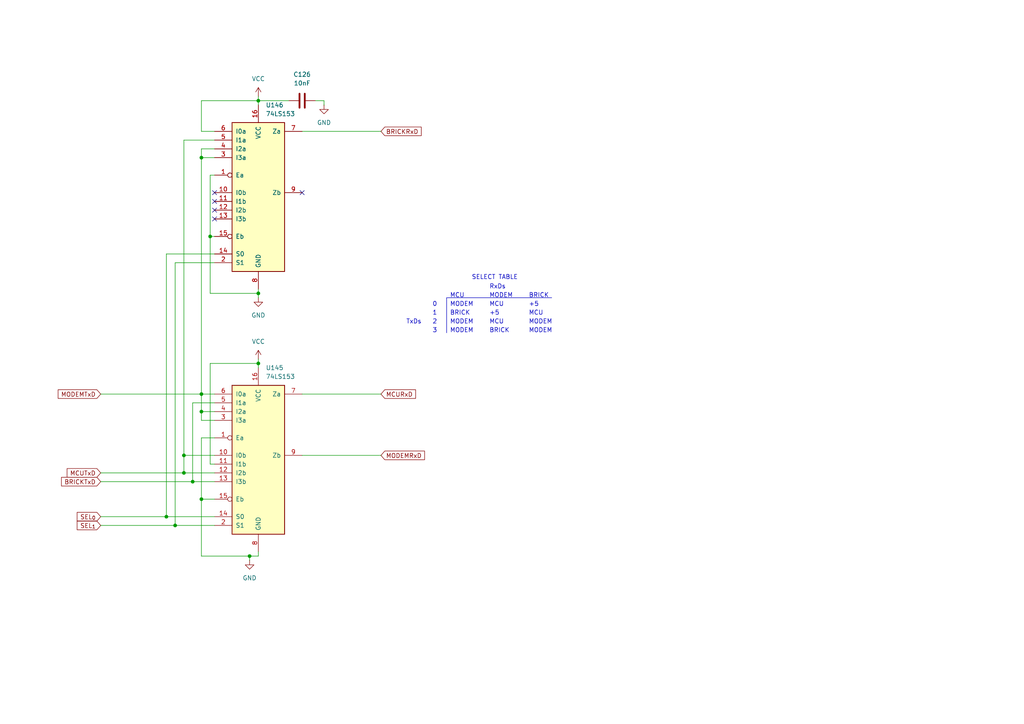
<source format=kicad_sch>
(kicad_sch
	(version 20250114)
	(generator "eeschema")
	(generator_version "9.0")
	(uuid "89ae5e3d-ff74-4dfe-be41-c47feb18416f")
	(paper "A4")
	(lib_symbols
		(symbol "74xx:74LS153"
			(pin_names
				(offset 1.016)
			)
			(exclude_from_sim no)
			(in_bom yes)
			(on_board yes)
			(property "Reference" "U"
				(at -7.62 21.59 0)
				(effects
					(font
						(size 1.27 1.27)
					)
				)
			)
			(property "Value" "74LS153"
				(at -7.62 -24.13 0)
				(effects
					(font
						(size 1.27 1.27)
					)
				)
			)
			(property "Footprint" ""
				(at 0 0 0)
				(effects
					(font
						(size 1.27 1.27)
					)
					(hide yes)
				)
			)
			(property "Datasheet" "http://www.ti.com/lit/gpn/sn74LS153"
				(at 0 0 0)
				(effects
					(font
						(size 1.27 1.27)
					)
					(hide yes)
				)
			)
			(property "Description" "Dual Multiplexer 4 to 1"
				(at 0 0 0)
				(effects
					(font
						(size 1.27 1.27)
					)
					(hide yes)
				)
			)
			(property "ki_locked" ""
				(at 0 0 0)
				(effects
					(font
						(size 1.27 1.27)
					)
				)
			)
			(property "ki_keywords" "TTL Mux4"
				(at 0 0 0)
				(effects
					(font
						(size 1.27 1.27)
					)
					(hide yes)
				)
			)
			(property "ki_fp_filters" "DIP?16*"
				(at 0 0 0)
				(effects
					(font
						(size 1.27 1.27)
					)
					(hide yes)
				)
			)
			(symbol "74LS153_1_0"
				(pin input line
					(at -12.7 17.78 0)
					(length 5.08)
					(name "I0a"
						(effects
							(font
								(size 1.27 1.27)
							)
						)
					)
					(number "6"
						(effects
							(font
								(size 1.27 1.27)
							)
						)
					)
				)
				(pin input line
					(at -12.7 15.24 0)
					(length 5.08)
					(name "I1a"
						(effects
							(font
								(size 1.27 1.27)
							)
						)
					)
					(number "5"
						(effects
							(font
								(size 1.27 1.27)
							)
						)
					)
				)
				(pin input line
					(at -12.7 12.7 0)
					(length 5.08)
					(name "I2a"
						(effects
							(font
								(size 1.27 1.27)
							)
						)
					)
					(number "4"
						(effects
							(font
								(size 1.27 1.27)
							)
						)
					)
				)
				(pin input line
					(at -12.7 10.16 0)
					(length 5.08)
					(name "I3a"
						(effects
							(font
								(size 1.27 1.27)
							)
						)
					)
					(number "3"
						(effects
							(font
								(size 1.27 1.27)
							)
						)
					)
				)
				(pin input inverted
					(at -12.7 5.08 0)
					(length 5.08)
					(name "Ea"
						(effects
							(font
								(size 1.27 1.27)
							)
						)
					)
					(number "1"
						(effects
							(font
								(size 1.27 1.27)
							)
						)
					)
				)
				(pin input line
					(at -12.7 0 0)
					(length 5.08)
					(name "I0b"
						(effects
							(font
								(size 1.27 1.27)
							)
						)
					)
					(number "10"
						(effects
							(font
								(size 1.27 1.27)
							)
						)
					)
				)
				(pin input line
					(at -12.7 -2.54 0)
					(length 5.08)
					(name "I1b"
						(effects
							(font
								(size 1.27 1.27)
							)
						)
					)
					(number "11"
						(effects
							(font
								(size 1.27 1.27)
							)
						)
					)
				)
				(pin input line
					(at -12.7 -5.08 0)
					(length 5.08)
					(name "I2b"
						(effects
							(font
								(size 1.27 1.27)
							)
						)
					)
					(number "12"
						(effects
							(font
								(size 1.27 1.27)
							)
						)
					)
				)
				(pin input line
					(at -12.7 -7.62 0)
					(length 5.08)
					(name "I3b"
						(effects
							(font
								(size 1.27 1.27)
							)
						)
					)
					(number "13"
						(effects
							(font
								(size 1.27 1.27)
							)
						)
					)
				)
				(pin input inverted
					(at -12.7 -12.7 0)
					(length 5.08)
					(name "Eb"
						(effects
							(font
								(size 1.27 1.27)
							)
						)
					)
					(number "15"
						(effects
							(font
								(size 1.27 1.27)
							)
						)
					)
				)
				(pin input line
					(at -12.7 -17.78 0)
					(length 5.08)
					(name "S0"
						(effects
							(font
								(size 1.27 1.27)
							)
						)
					)
					(number "14"
						(effects
							(font
								(size 1.27 1.27)
							)
						)
					)
				)
				(pin input line
					(at -12.7 -20.32 0)
					(length 5.08)
					(name "S1"
						(effects
							(font
								(size 1.27 1.27)
							)
						)
					)
					(number "2"
						(effects
							(font
								(size 1.27 1.27)
							)
						)
					)
				)
				(pin power_in line
					(at 0 25.4 270)
					(length 5.08)
					(name "VCC"
						(effects
							(font
								(size 1.27 1.27)
							)
						)
					)
					(number "16"
						(effects
							(font
								(size 1.27 1.27)
							)
						)
					)
				)
				(pin power_in line
					(at 0 -27.94 90)
					(length 5.08)
					(name "GND"
						(effects
							(font
								(size 1.27 1.27)
							)
						)
					)
					(number "8"
						(effects
							(font
								(size 1.27 1.27)
							)
						)
					)
				)
				(pin output line
					(at 12.7 17.78 180)
					(length 5.08)
					(name "Za"
						(effects
							(font
								(size 1.27 1.27)
							)
						)
					)
					(number "7"
						(effects
							(font
								(size 1.27 1.27)
							)
						)
					)
				)
				(pin output line
					(at 12.7 0 180)
					(length 5.08)
					(name "Zb"
						(effects
							(font
								(size 1.27 1.27)
							)
						)
					)
					(number "9"
						(effects
							(font
								(size 1.27 1.27)
							)
						)
					)
				)
			)
			(symbol "74LS153_1_1"
				(rectangle
					(start -7.62 20.32)
					(end 7.62 -22.86)
					(stroke
						(width 0.254)
						(type default)
					)
					(fill
						(type background)
					)
				)
			)
			(embedded_fonts no)
		)
		(symbol "Device:C"
			(pin_numbers
				(hide yes)
			)
			(pin_names
				(offset 0.254)
			)
			(exclude_from_sim no)
			(in_bom yes)
			(on_board yes)
			(property "Reference" "C"
				(at 0.635 2.54 0)
				(effects
					(font
						(size 1.27 1.27)
					)
					(justify left)
				)
			)
			(property "Value" "C"
				(at 0.635 -2.54 0)
				(effects
					(font
						(size 1.27 1.27)
					)
					(justify left)
				)
			)
			(property "Footprint" ""
				(at 0.9652 -3.81 0)
				(effects
					(font
						(size 1.27 1.27)
					)
					(hide yes)
				)
			)
			(property "Datasheet" "~"
				(at 0 0 0)
				(effects
					(font
						(size 1.27 1.27)
					)
					(hide yes)
				)
			)
			(property "Description" "Unpolarized capacitor"
				(at 0 0 0)
				(effects
					(font
						(size 1.27 1.27)
					)
					(hide yes)
				)
			)
			(property "ki_keywords" "cap capacitor"
				(at 0 0 0)
				(effects
					(font
						(size 1.27 1.27)
					)
					(hide yes)
				)
			)
			(property "ki_fp_filters" "C_*"
				(at 0 0 0)
				(effects
					(font
						(size 1.27 1.27)
					)
					(hide yes)
				)
			)
			(symbol "C_0_1"
				(polyline
					(pts
						(xy -2.032 0.762) (xy 2.032 0.762)
					)
					(stroke
						(width 0.508)
						(type default)
					)
					(fill
						(type none)
					)
				)
				(polyline
					(pts
						(xy -2.032 -0.762) (xy 2.032 -0.762)
					)
					(stroke
						(width 0.508)
						(type default)
					)
					(fill
						(type none)
					)
				)
			)
			(symbol "C_1_1"
				(pin passive line
					(at 0 3.81 270)
					(length 2.794)
					(name "~"
						(effects
							(font
								(size 1.27 1.27)
							)
						)
					)
					(number "1"
						(effects
							(font
								(size 1.27 1.27)
							)
						)
					)
				)
				(pin passive line
					(at 0 -3.81 90)
					(length 2.794)
					(name "~"
						(effects
							(font
								(size 1.27 1.27)
							)
						)
					)
					(number "2"
						(effects
							(font
								(size 1.27 1.27)
							)
						)
					)
				)
			)
			(embedded_fonts no)
		)
		(symbol "power:GND"
			(power)
			(pin_numbers
				(hide yes)
			)
			(pin_names
				(offset 0)
				(hide yes)
			)
			(exclude_from_sim no)
			(in_bom yes)
			(on_board yes)
			(property "Reference" "#PWR"
				(at 0 -6.35 0)
				(effects
					(font
						(size 1.27 1.27)
					)
					(hide yes)
				)
			)
			(property "Value" "GND"
				(at 0 -3.81 0)
				(effects
					(font
						(size 1.27 1.27)
					)
				)
			)
			(property "Footprint" ""
				(at 0 0 0)
				(effects
					(font
						(size 1.27 1.27)
					)
					(hide yes)
				)
			)
			(property "Datasheet" ""
				(at 0 0 0)
				(effects
					(font
						(size 1.27 1.27)
					)
					(hide yes)
				)
			)
			(property "Description" "Power symbol creates a global label with name \"GND\" , ground"
				(at 0 0 0)
				(effects
					(font
						(size 1.27 1.27)
					)
					(hide yes)
				)
			)
			(property "ki_keywords" "global power"
				(at 0 0 0)
				(effects
					(font
						(size 1.27 1.27)
					)
					(hide yes)
				)
			)
			(symbol "GND_0_1"
				(polyline
					(pts
						(xy 0 0) (xy 0 -1.27) (xy 1.27 -1.27) (xy 0 -2.54) (xy -1.27 -1.27) (xy 0 -1.27)
					)
					(stroke
						(width 0)
						(type default)
					)
					(fill
						(type none)
					)
				)
			)
			(symbol "GND_1_1"
				(pin power_in line
					(at 0 0 270)
					(length 0)
					(name "~"
						(effects
							(font
								(size 1.27 1.27)
							)
						)
					)
					(number "1"
						(effects
							(font
								(size 1.27 1.27)
							)
						)
					)
				)
			)
			(embedded_fonts no)
		)
		(symbol "power:VCC"
			(power)
			(pin_numbers
				(hide yes)
			)
			(pin_names
				(offset 0)
				(hide yes)
			)
			(exclude_from_sim no)
			(in_bom yes)
			(on_board yes)
			(property "Reference" "#PWR"
				(at 0 -3.81 0)
				(effects
					(font
						(size 1.27 1.27)
					)
					(hide yes)
				)
			)
			(property "Value" "VCC"
				(at 0 3.556 0)
				(effects
					(font
						(size 1.27 1.27)
					)
				)
			)
			(property "Footprint" ""
				(at 0 0 0)
				(effects
					(font
						(size 1.27 1.27)
					)
					(hide yes)
				)
			)
			(property "Datasheet" ""
				(at 0 0 0)
				(effects
					(font
						(size 1.27 1.27)
					)
					(hide yes)
				)
			)
			(property "Description" "Power symbol creates a global label with name \"VCC\""
				(at 0 0 0)
				(effects
					(font
						(size 1.27 1.27)
					)
					(hide yes)
				)
			)
			(property "ki_keywords" "global power"
				(at 0 0 0)
				(effects
					(font
						(size 1.27 1.27)
					)
					(hide yes)
				)
			)
			(symbol "VCC_0_1"
				(polyline
					(pts
						(xy -0.762 1.27) (xy 0 2.54)
					)
					(stroke
						(width 0)
						(type default)
					)
					(fill
						(type none)
					)
				)
				(polyline
					(pts
						(xy 0 2.54) (xy 0.762 1.27)
					)
					(stroke
						(width 0)
						(type default)
					)
					(fill
						(type none)
					)
				)
				(polyline
					(pts
						(xy 0 0) (xy 0 2.54)
					)
					(stroke
						(width 0)
						(type default)
					)
					(fill
						(type none)
					)
				)
			)
			(symbol "VCC_1_1"
				(pin power_in line
					(at 0 0 90)
					(length 0)
					(name "~"
						(effects
							(font
								(size 1.27 1.27)
							)
						)
					)
					(number "1"
						(effects
							(font
								(size 1.27 1.27)
							)
						)
					)
				)
			)
			(embedded_fonts no)
		)
	)
	(text "SELECT TABLE"
		(exclude_from_sim no)
		(at 143.51 80.518 0)
		(effects
			(font
				(size 1.27 1.27)
			)
		)
		(uuid "c9fd888a-a5ab-44b2-a24a-57f0a7c0e054")
	)
	(junction
		(at 48.26 149.86)
		(diameter 0)
		(color 0 0 0 0)
		(uuid "0033f91d-f8ce-48d0-963d-e407a11ed28a")
	)
	(junction
		(at 50.8 152.4)
		(diameter 0)
		(color 0 0 0 0)
		(uuid "1220fe84-95b7-4617-93a6-2ceedb331518")
	)
	(junction
		(at 55.88 139.7)
		(diameter 0)
		(color 0 0 0 0)
		(uuid "14ee1e5a-32f6-4afa-8ee8-80f30e96d738")
	)
	(junction
		(at 53.34 132.08)
		(diameter 0)
		(color 0 0 0 0)
		(uuid "234f239f-ca8b-475e-b3d1-84f6856bdcdc")
	)
	(junction
		(at 74.93 105.41)
		(diameter 0)
		(color 0 0 0 0)
		(uuid "308ddb4e-338a-4069-a463-660efaffff5a")
	)
	(junction
		(at 58.42 144.78)
		(diameter 0)
		(color 0 0 0 0)
		(uuid "697d4797-a067-4806-b38b-4599722e2fdd")
	)
	(junction
		(at 58.42 114.3)
		(diameter 0)
		(color 0 0 0 0)
		(uuid "7467605e-00bd-483c-82ac-e924781c2992")
	)
	(junction
		(at 58.42 119.38)
		(diameter 0)
		(color 0 0 0 0)
		(uuid "ab187372-3c4d-419d-b220-e7d83bcf5442")
	)
	(junction
		(at 74.93 85.09)
		(diameter 0)
		(color 0 0 0 0)
		(uuid "cd72dac8-5ed0-43b5-a828-afa993f9546b")
	)
	(junction
		(at 53.34 137.16)
		(diameter 0)
		(color 0 0 0 0)
		(uuid "d079e6a6-b054-40b7-ab64-8e335a7133a9")
	)
	(junction
		(at 58.42 45.72)
		(diameter 0)
		(color 0 0 0 0)
		(uuid "d587877c-33b0-4ae7-a93e-87a4c3ead2e3")
	)
	(junction
		(at 74.93 29.21)
		(diameter 0)
		(color 0 0 0 0)
		(uuid "e086f6df-4440-4aef-b3a3-58bbf0accb9c")
	)
	(junction
		(at 72.39 161.29)
		(diameter 0)
		(color 0 0 0 0)
		(uuid "ebeef0f1-5b33-4321-8fe5-aa9d580fdd57")
	)
	(junction
		(at 60.96 68.58)
		(diameter 0)
		(color 0 0 0 0)
		(uuid "ec5da591-6e97-42b3-aa74-2b97a9333c5b")
	)
	(no_connect
		(at 62.23 63.5)
		(uuid "21ae1337-d177-476f-bec9-59a10e161247")
	)
	(no_connect
		(at 87.63 55.88)
		(uuid "257deddd-3c39-4737-ad19-35b1dc18e846")
	)
	(no_connect
		(at 62.23 58.42)
		(uuid "7c33cbfb-0e0b-4e8a-bce7-3afac2c8d51a")
	)
	(no_connect
		(at 62.23 60.96)
		(uuid "9611a744-ecc6-427f-8a56-7731380bccd7")
	)
	(no_connect
		(at 62.23 55.88)
		(uuid "daa6dfdb-3d4b-4100-aad1-b3477d716fe2")
	)
	(wire
		(pts
			(xy 29.21 152.4) (xy 50.8 152.4)
		)
		(stroke
			(width 0)
			(type default)
		)
		(uuid "01f54d00-ec45-495e-aeec-f6807d7e05e3")
	)
	(wire
		(pts
			(xy 48.26 149.86) (xy 62.23 149.86)
		)
		(stroke
			(width 0)
			(type default)
		)
		(uuid "049cd7e2-3e35-4141-8b4f-e86d5ee954ea")
	)
	(wire
		(pts
			(xy 53.34 132.08) (xy 53.34 137.16)
		)
		(stroke
			(width 0)
			(type default)
		)
		(uuid "1294efdb-4389-4900-99c5-880279c74317")
	)
	(wire
		(pts
			(xy 62.23 127) (xy 58.42 127)
		)
		(stroke
			(width 0)
			(type default)
		)
		(uuid "13e086ff-9c1e-41ec-956b-04528fb81e3f")
	)
	(wire
		(pts
			(xy 60.96 50.8) (xy 60.96 68.58)
		)
		(stroke
			(width 0)
			(type default)
		)
		(uuid "159888d1-f80c-416c-bfc0-938dab2eb3de")
	)
	(wire
		(pts
			(xy 53.34 40.64) (xy 62.23 40.64)
		)
		(stroke
			(width 0)
			(type default)
		)
		(uuid "17d18c5b-f10f-4442-9179-b22231c16f7d")
	)
	(wire
		(pts
			(xy 93.98 29.21) (xy 93.98 30.48)
		)
		(stroke
			(width 0)
			(type default)
		)
		(uuid "19478442-4c2f-4161-863d-cbcf90dd9f09")
	)
	(wire
		(pts
			(xy 58.42 45.72) (xy 62.23 45.72)
		)
		(stroke
			(width 0)
			(type default)
		)
		(uuid "1e42f65e-52de-45f3-bcc0-ed8c4813b459")
	)
	(wire
		(pts
			(xy 74.93 161.29) (xy 72.39 161.29)
		)
		(stroke
			(width 0)
			(type default)
		)
		(uuid "24884460-65b3-40ed-a2fc-238192245780")
	)
	(wire
		(pts
			(xy 72.39 161.29) (xy 72.39 162.56)
		)
		(stroke
			(width 0)
			(type default)
		)
		(uuid "37c31f9a-af6a-4966-84e2-3bec18c8c865")
	)
	(wire
		(pts
			(xy 87.63 38.1) (xy 110.49 38.1)
		)
		(stroke
			(width 0)
			(type default)
		)
		(uuid "395a0c27-1314-4dd7-ad07-4e047b7aba94")
	)
	(wire
		(pts
			(xy 29.21 137.16) (xy 53.34 137.16)
		)
		(stroke
			(width 0)
			(type default)
		)
		(uuid "3ab3cf62-ac4b-4583-8fee-7fe0fc026db9")
	)
	(wire
		(pts
			(xy 53.34 132.08) (xy 53.34 40.64)
		)
		(stroke
			(width 0)
			(type default)
		)
		(uuid "3d222a3d-1c4a-4445-b700-91d0383e2329")
	)
	(wire
		(pts
			(xy 62.23 73.66) (xy 48.26 73.66)
		)
		(stroke
			(width 0)
			(type default)
		)
		(uuid "40550737-eae6-48b5-8598-adaa7b41ad96")
	)
	(wire
		(pts
			(xy 74.93 104.14) (xy 74.93 105.41)
		)
		(stroke
			(width 0)
			(type default)
		)
		(uuid "41fbe88e-88d3-4eb2-8993-ce2733b34262")
	)
	(wire
		(pts
			(xy 58.42 161.29) (xy 72.39 161.29)
		)
		(stroke
			(width 0)
			(type default)
		)
		(uuid "43f247c2-9c02-42ac-895e-a5089c84fe96")
	)
	(wire
		(pts
			(xy 74.93 85.09) (xy 74.93 83.82)
		)
		(stroke
			(width 0)
			(type default)
		)
		(uuid "443e185d-9940-4591-8c22-940719481149")
	)
	(wire
		(pts
			(xy 58.42 45.72) (xy 58.42 43.18)
		)
		(stroke
			(width 0)
			(type default)
		)
		(uuid "56ea437b-dcb0-4ba5-ad87-58aac71e900d")
	)
	(wire
		(pts
			(xy 62.23 50.8) (xy 60.96 50.8)
		)
		(stroke
			(width 0)
			(type default)
		)
		(uuid "594c4167-37a3-4b62-b575-7fa18821d84f")
	)
	(wire
		(pts
			(xy 58.42 114.3) (xy 62.23 114.3)
		)
		(stroke
			(width 0)
			(type default)
		)
		(uuid "5cfc2f94-c28d-49d0-b58f-0e3bac416b3d")
	)
	(wire
		(pts
			(xy 50.8 152.4) (xy 62.23 152.4)
		)
		(stroke
			(width 0)
			(type default)
		)
		(uuid "62cb90f7-7889-4022-8897-f570ec9dc21d")
	)
	(wire
		(pts
			(xy 58.42 144.78) (xy 62.23 144.78)
		)
		(stroke
			(width 0)
			(type default)
		)
		(uuid "65e68061-0935-4d0b-adcd-9ad4f6b6d203")
	)
	(wire
		(pts
			(xy 74.93 161.29) (xy 74.93 160.02)
		)
		(stroke
			(width 0)
			(type default)
		)
		(uuid "67b9ee69-9c25-4463-b679-04ce1d3c8b60")
	)
	(wire
		(pts
			(xy 58.42 38.1) (xy 58.42 29.21)
		)
		(stroke
			(width 0)
			(type default)
		)
		(uuid "689b2e0b-8a14-441e-beef-6ae9c8104233")
	)
	(wire
		(pts
			(xy 55.88 139.7) (xy 62.23 139.7)
		)
		(stroke
			(width 0)
			(type default)
		)
		(uuid "6b71effb-ff14-489b-9f99-4315bd491817")
	)
	(wire
		(pts
			(xy 58.42 121.92) (xy 62.23 121.92)
		)
		(stroke
			(width 0)
			(type default)
		)
		(uuid "6d31977d-2232-4af1-8986-ac3971eef120")
	)
	(wire
		(pts
			(xy 58.42 114.3) (xy 58.42 119.38)
		)
		(stroke
			(width 0)
			(type default)
		)
		(uuid "75137e40-4a73-40dc-816b-d73c2b237003")
	)
	(wire
		(pts
			(xy 60.96 68.58) (xy 60.96 85.09)
		)
		(stroke
			(width 0)
			(type default)
		)
		(uuid "75301406-cb97-4c72-9d55-1c962f03a4c0")
	)
	(wire
		(pts
			(xy 29.21 114.3) (xy 58.42 114.3)
		)
		(stroke
			(width 0)
			(type default)
		)
		(uuid "766fcc9a-5abb-4ef1-8eb9-bbe2b3bb5f7f")
	)
	(wire
		(pts
			(xy 60.96 134.62) (xy 60.96 105.41)
		)
		(stroke
			(width 0)
			(type default)
		)
		(uuid "785dec78-1413-4479-8f2d-1c18cc57722b")
	)
	(wire
		(pts
			(xy 50.8 76.2) (xy 50.8 152.4)
		)
		(stroke
			(width 0)
			(type default)
		)
		(uuid "79eb784a-58a4-401c-9db2-45a085632212")
	)
	(wire
		(pts
			(xy 53.34 137.16) (xy 62.23 137.16)
		)
		(stroke
			(width 0)
			(type default)
		)
		(uuid "7eb3d47d-37a1-4aa2-8953-706ab2d3a54c")
	)
	(wire
		(pts
			(xy 58.42 29.21) (xy 74.93 29.21)
		)
		(stroke
			(width 0)
			(type default)
		)
		(uuid "8a963308-08b8-4327-8c7c-268c91fbc5ea")
	)
	(wire
		(pts
			(xy 60.96 68.58) (xy 62.23 68.58)
		)
		(stroke
			(width 0)
			(type default)
		)
		(uuid "8cbb30d5-2d17-48bd-9a7e-8f35d7e963b8")
	)
	(wire
		(pts
			(xy 58.42 127) (xy 58.42 144.78)
		)
		(stroke
			(width 0)
			(type default)
		)
		(uuid "95a32713-d47c-4c04-860c-ee1dba29cf2b")
	)
	(wire
		(pts
			(xy 74.93 27.94) (xy 74.93 29.21)
		)
		(stroke
			(width 0)
			(type default)
		)
		(uuid "95ad5bf7-88bf-494d-ace9-a0178a45d944")
	)
	(wire
		(pts
			(xy 50.8 76.2) (xy 62.23 76.2)
		)
		(stroke
			(width 0)
			(type default)
		)
		(uuid "99d33671-856a-4fe1-9b44-eb83e473b51c")
	)
	(wire
		(pts
			(xy 62.23 38.1) (xy 58.42 38.1)
		)
		(stroke
			(width 0)
			(type default)
		)
		(uuid "9ac2b111-9ddb-46be-b9a2-542be3367b7a")
	)
	(wire
		(pts
			(xy 74.93 29.21) (xy 83.82 29.21)
		)
		(stroke
			(width 0)
			(type default)
		)
		(uuid "9b161887-88c5-4ee1-a340-df20d02dc7a5")
	)
	(wire
		(pts
			(xy 58.42 114.3) (xy 58.42 45.72)
		)
		(stroke
			(width 0)
			(type default)
		)
		(uuid "9b5e067a-e9e6-4e97-8ad2-33ebf18b23ed")
	)
	(wire
		(pts
			(xy 87.63 132.08) (xy 110.49 132.08)
		)
		(stroke
			(width 0)
			(type default)
		)
		(uuid "a39b09d4-dd5c-467f-be4c-a270cdb4fb2b")
	)
	(wire
		(pts
			(xy 91.44 29.21) (xy 93.98 29.21)
		)
		(stroke
			(width 0)
			(type default)
		)
		(uuid "a3d1e124-9b9b-4cab-a6fb-a557070d6831")
	)
	(wire
		(pts
			(xy 55.88 116.84) (xy 55.88 139.7)
		)
		(stroke
			(width 0)
			(type default)
		)
		(uuid "a86e3246-8ca8-466e-b404-82493cd3ff55")
	)
	(wire
		(pts
			(xy 29.21 149.86) (xy 48.26 149.86)
		)
		(stroke
			(width 0)
			(type default)
		)
		(uuid "ad17c525-a608-40ea-a522-ab53fa29fd92")
	)
	(wire
		(pts
			(xy 74.93 85.09) (xy 74.93 86.36)
		)
		(stroke
			(width 0)
			(type default)
		)
		(uuid "bb10221f-9977-4e03-85d7-ece2b33e3e76")
	)
	(wire
		(pts
			(xy 58.42 43.18) (xy 62.23 43.18)
		)
		(stroke
			(width 0)
			(type default)
		)
		(uuid "bd3f0c59-5bb0-4b5d-a693-a7a21e0698f2")
	)
	(polyline
		(pts
			(xy 160.02 86.36) (xy 129.54 86.36)
		)
		(stroke
			(width 0)
			(type default)
		)
		(uuid "c02c9956-934f-43a3-928c-eb1a890d5cde")
	)
	(polyline
		(pts
			(xy 129.54 86.36) (xy 129.54 96.52)
		)
		(stroke
			(width 0)
			(type default)
		)
		(uuid "c1b1dcec-61a4-4ea6-85ed-510f1d8ecbad")
	)
	(wire
		(pts
			(xy 62.23 134.62) (xy 60.96 134.62)
		)
		(stroke
			(width 0)
			(type default)
		)
		(uuid "c49515c3-0d40-4fc9-ac2e-1cc7136641cd")
	)
	(wire
		(pts
			(xy 58.42 144.78) (xy 58.42 161.29)
		)
		(stroke
			(width 0)
			(type default)
		)
		(uuid "c4be626c-e98b-403b-89c2-fc2da86ab845")
	)
	(wire
		(pts
			(xy 29.21 139.7) (xy 55.88 139.7)
		)
		(stroke
			(width 0)
			(type default)
		)
		(uuid "cb653f59-e7d7-4181-b09f-58389ba744d1")
	)
	(wire
		(pts
			(xy 58.42 119.38) (xy 58.42 121.92)
		)
		(stroke
			(width 0)
			(type default)
		)
		(uuid "d316d8b9-f3f0-478d-80d9-4fac7cddc0b1")
	)
	(wire
		(pts
			(xy 60.96 105.41) (xy 74.93 105.41)
		)
		(stroke
			(width 0)
			(type default)
		)
		(uuid "d4257471-5219-4e3a-ac47-de764bbb34c1")
	)
	(wire
		(pts
			(xy 62.23 116.84) (xy 55.88 116.84)
		)
		(stroke
			(width 0)
			(type default)
		)
		(uuid "d5699b8d-a3cc-46f3-a6b2-40d79e605501")
	)
	(wire
		(pts
			(xy 58.42 119.38) (xy 62.23 119.38)
		)
		(stroke
			(width 0)
			(type default)
		)
		(uuid "da31e380-b582-4304-864b-e4dea7924e35")
	)
	(wire
		(pts
			(xy 60.96 85.09) (xy 74.93 85.09)
		)
		(stroke
			(width 0)
			(type default)
		)
		(uuid "db7e4854-63a0-414d-8102-dadd2187449c")
	)
	(wire
		(pts
			(xy 74.93 105.41) (xy 74.93 106.68)
		)
		(stroke
			(width 0)
			(type default)
		)
		(uuid "e5806a10-c2ff-414c-81b4-1caa049c6831")
	)
	(wire
		(pts
			(xy 74.93 29.21) (xy 74.93 30.48)
		)
		(stroke
			(width 0)
			(type default)
		)
		(uuid "e8cd6322-3cb5-4c2e-97c7-2332916d8ae1")
	)
	(wire
		(pts
			(xy 48.26 73.66) (xy 48.26 149.86)
		)
		(stroke
			(width 0)
			(type default)
		)
		(uuid "f7416fce-e976-47a3-8a7e-230fe29ce10d")
	)
	(wire
		(pts
			(xy 62.23 132.08) (xy 53.34 132.08)
		)
		(stroke
			(width 0)
			(type default)
		)
		(uuid "faefab22-bcad-408b-add0-f24b6841e31b")
	)
	(wire
		(pts
			(xy 87.63 114.3) (xy 110.49 114.3)
		)
		(stroke
			(width 0)
			(type default)
		)
		(uuid "fbee7f5f-11ee-4673-9193-6d4e506ab841")
	)
	(table
		(column_count 5)
		(border
			(external no)
			(header no)
		)
		(separators
			(rows no)
			(cols no)
		)
		(column_widths 7.62 5.08 11.43 11.43 13.97)
		(row_heights 2.54 2.54 2.54 2.54 2.54 2.54)
		(cells
			(table_cell ""
				(exclude_from_sim no)
				(at 116.84 81.28 0)
				(size 7.62 2.54)
				(margins 0.9525 0.9525 0.9525 0.9525)
				(span 1 1)
				(fill
					(type none)
				)
				(effects
					(font
						(size 1.27 1.27)
					)
					(justify left top)
				)
				(uuid "7b94ec87-5168-497e-952a-efc099296057")
			)
			(table_cell ""
				(exclude_from_sim no)
				(at 124.46 81.28 0)
				(size 5.08 2.54)
				(margins 0.9525 0.9525 0.9525 0.9525)
				(span 1 1)
				(fill
					(type none)
				)
				(effects
					(font
						(size 1.27 1.27)
					)
					(justify left top)
				)
				(uuid "c4ec866d-054f-44a0-9858-f7f818797353")
			)
			(table_cell ""
				(exclude_from_sim no)
				(at 129.54 81.28 0)
				(size 11.43 2.54)
				(margins 0.9525 0.9525 0.9525 0.9525)
				(span 1 1)
				(fill
					(type none)
				)
				(effects
					(font
						(size 1.27 1.27)
					)
					(justify left top)
				)
				(uuid "f4c1fe63-2a05-4dab-9ba4-e3ca41ad3a0a")
			)
			(table_cell "RxDs"
				(exclude_from_sim no)
				(at 140.97 81.28 0)
				(size 11.43 2.54)
				(margins 0.9525 0.9525 0.9525 0.9525)
				(span 1 1)
				(fill
					(type none)
				)
				(effects
					(font
						(size 1.27 1.27)
					)
					(justify left top)
				)
				(uuid "fb3a1474-5e44-418b-8caf-4f2123a90d4a")
			)
			(table_cell ""
				(exclude_from_sim no)
				(at 152.4 81.28 0)
				(size 13.97 2.54)
				(margins 0.9525 0.9525 0.9525 0.9525)
				(span 1 1)
				(fill
					(type none)
				)
				(effects
					(font
						(size 1.27 1.27)
					)
					(justify left top)
				)
				(uuid "8a3c495a-8e65-42e8-b67c-d6f276d912dd")
			)
			(table_cell ""
				(exclude_from_sim no)
				(at 116.84 83.82 0)
				(size 7.62 2.54)
				(margins 0.9525 0.9525 0.9525 0.9525)
				(span 1 1)
				(fill
					(type none)
				)
				(effects
					(font
						(size 1.27 1.27)
					)
					(justify left top)
				)
				(uuid "5d7e5ef8-2168-462f-8d2b-897f3cfb5858")
			)
			(table_cell ""
				(exclude_from_sim no)
				(at 124.46 83.82 0)
				(size 5.08 2.54)
				(margins 0.9525 0.9525 0.9525 0.9525)
				(span 1 1)
				(fill
					(type none)
				)
				(effects
					(font
						(size 1.27 1.27)
					)
					(justify left top)
				)
				(uuid "3cfcd896-85ce-49fe-b238-049d52532041")
			)
			(table_cell "MCU"
				(exclude_from_sim no)
				(at 129.54 83.82 0)
				(size 11.43 2.54)
				(margins 0.9525 0.9525 0.9525 0.9525)
				(span 1 1)
				(fill
					(type none)
				)
				(effects
					(font
						(size 1.27 1.27)
					)
					(justify left top)
				)
				(uuid "0fa90765-1286-47c7-88fa-7f24686e36a4")
			)
			(table_cell "MODEM"
				(exclude_from_sim no)
				(at 140.97 83.82 0)
				(size 11.43 2.54)
				(margins 0.9525 0.9525 0.9525 0.9525)
				(span 1 1)
				(fill
					(type none)
				)
				(effects
					(font
						(size 1.27 1.27)
					)
					(justify left top)
				)
				(uuid "f49e7ca4-d54f-496c-81f1-f6b02d53d8d8")
			)
			(table_cell "BRICK"
				(exclude_from_sim no)
				(at 152.4 83.82 0)
				(size 13.97 2.54)
				(margins 0.9525 0.9525 0.9525 0.9525)
				(span 1 1)
				(fill
					(type none)
				)
				(effects
					(font
						(size 1.27 1.27)
					)
					(justify left top)
				)
				(uuid "d7461458-fe13-4d33-94c7-599a3976c22e")
			)
			(table_cell ""
				(exclude_from_sim no)
				(at 116.84 86.36 0)
				(size 7.62 2.54)
				(margins 0.9525 0.9525 0.9525 0.9525)
				(span 1 1)
				(fill
					(type none)
				)
				(effects
					(font
						(size 1.27 1.27)
					)
					(justify left top)
				)
				(uuid "d571af6f-f335-4dba-97b1-dfa821b7a13f")
			)
			(table_cell "0"
				(exclude_from_sim no)
				(at 124.46 86.36 0)
				(size 5.08 2.54)
				(margins 0.9525 0.9525 0.9525 0.9525)
				(span 1 1)
				(fill
					(type none)
				)
				(effects
					(font
						(size 1.27 1.27)
					)
					(justify left top)
				)
				(uuid "5630441d-fd5e-4ce4-8e23-bf8361fb303d")
			)
			(table_cell "MODEM"
				(exclude_from_sim no)
				(at 129.54 86.36 0)
				(size 11.43 2.54)
				(margins 0.9525 0.9525 0.9525 0.9525)
				(span 1 1)
				(fill
					(type none)
				)
				(effects
					(font
						(size 1.27 1.27)
					)
					(justify left top)
				)
				(uuid "62916eb5-dbf5-416b-8954-5f57b9070bd9")
			)
			(table_cell "MCU"
				(exclude_from_sim no)
				(at 140.97 86.36 0)
				(size 11.43 2.54)
				(margins 0.9525 0.9525 0.9525 0.9525)
				(span 1 1)
				(fill
					(type none)
				)
				(effects
					(font
						(size 1.27 1.27)
					)
					(justify left top)
				)
				(uuid "e600e7e0-f46d-4a94-85ab-27e1c0b65017")
			)
			(table_cell "+5"
				(exclude_from_sim no)
				(at 152.4 86.36 0)
				(size 13.97 2.54)
				(margins 0.9525 0.9525 0.9525 0.9525)
				(span 1 1)
				(fill
					(type none)
				)
				(effects
					(font
						(size 1.27 1.27)
					)
					(justify left top)
				)
				(uuid "5f7cbf46-466f-4ec8-8ea5-1eb20a6aa4ca")
			)
			(table_cell ""
				(exclude_from_sim no)
				(at 116.84 88.9 0)
				(size 7.62 2.54)
				(margins 0.9525 0.9525 0.9525 0.9525)
				(span 1 1)
				(fill
					(type none)
				)
				(effects
					(font
						(size 1.27 1.27)
					)
					(justify left top)
				)
				(uuid "b5c20561-1b9c-48e4-a871-31c1bbab6b80")
			)
			(table_cell "1"
				(exclude_from_sim no)
				(at 124.46 88.9 0)
				(size 5.08 2.54)
				(margins 0.9525 0.9525 0.9525 0.9525)
				(span 1 1)
				(fill
					(type none)
				)
				(effects
					(font
						(size 1.27 1.27)
					)
					(justify left top)
				)
				(uuid "5298402d-b11f-468b-abcf-4bf4979c3c0d")
			)
			(table_cell "BRICK"
				(exclude_from_sim no)
				(at 129.54 88.9 0)
				(size 11.43 2.54)
				(margins 0.9525 0.9525 0.9525 0.9525)
				(span 1 1)
				(fill
					(type none)
				)
				(effects
					(font
						(size 1.27 1.27)
					)
					(justify left top)
				)
				(uuid "7a56a7b0-4e2b-48ad-8fef-d263432d2fcd")
			)
			(table_cell "+5"
				(exclude_from_sim no)
				(at 140.97 88.9 0)
				(size 11.43 2.54)
				(margins 0.9525 0.9525 0.9525 0.9525)
				(span 1 1)
				(fill
					(type none)
				)
				(effects
					(font
						(size 1.27 1.27)
					)
					(justify left top)
				)
				(uuid "63e479e3-8700-4110-88cf-797e052d4055")
			)
			(table_cell "MCU"
				(exclude_from_sim no)
				(at 152.4 88.9 0)
				(size 13.97 2.54)
				(margins 0.9525 0.9525 0.9525 0.9525)
				(span 1 1)
				(fill
					(type none)
				)
				(effects
					(font
						(size 1.27 1.27)
					)
					(justify left top)
				)
				(uuid "de6446b6-42de-48bb-9fc8-929407f4f09d")
			)
			(table_cell "TxDs"
				(exclude_from_sim no)
				(at 116.84 91.44 0)
				(size 7.62 2.54)
				(margins 0.9525 0.9525 0.9525 0.9525)
				(span 1 1)
				(fill
					(type none)
				)
				(effects
					(font
						(size 1.27 1.27)
					)
					(justify left top)
				)
				(uuid "0022b231-9f4d-4308-9505-0e0bba8f5592")
			)
			(table_cell "2"
				(exclude_from_sim no)
				(at 124.46 91.44 0)
				(size 5.08 2.54)
				(margins 0.9525 0.9525 0.9525 0.9525)
				(span 1 1)
				(fill
					(type none)
				)
				(effects
					(font
						(size 1.27 1.27)
					)
					(justify left top)
				)
				(uuid "d438b989-8494-417f-a21c-5e7602ff4e05")
			)
			(table_cell "MODEM"
				(exclude_from_sim no)
				(at 129.54 91.44 0)
				(size 11.43 2.54)
				(margins 0.9525 0.9525 0.9525 0.9525)
				(span 1 1)
				(fill
					(type none)
				)
				(effects
					(font
						(size 1.27 1.27)
					)
					(justify left top)
				)
				(uuid "efcdca40-e37a-4ab0-bbcf-b172761c476c")
			)
			(table_cell "MCU"
				(exclude_from_sim no)
				(at 140.97 91.44 0)
				(size 11.43 2.54)
				(margins 0.9525 0.9525 0.9525 0.9525)
				(span 1 1)
				(fill
					(type none)
				)
				(effects
					(font
						(size 1.27 1.27)
					)
					(justify left top)
				)
				(uuid "9bcf3a31-5674-4ff0-93b0-0567af682e57")
			)
			(table_cell "MODEM"
				(exclude_from_sim no)
				(at 152.4 91.44 0)
				(size 13.97 2.54)
				(margins 0.9525 0.9525 0.9525 0.9525)
				(span 1 1)
				(fill
					(type none)
				)
				(effects
					(font
						(size 1.27 1.27)
					)
					(justify left top)
				)
				(uuid "8af996d1-c1ff-412f-9f14-71ce470c99ca")
			)
			(table_cell ""
				(exclude_from_sim no)
				(at 116.84 93.98 0)
				(size 7.62 2.54)
				(margins 0.9525 0.9525 0.9525 0.9525)
				(span 1 1)
				(fill
					(type none)
				)
				(effects
					(font
						(size 1.27 1.27)
					)
					(justify left top)
				)
				(uuid "daa1a8e6-2c03-4efd-9fbf-3d2f7e9f6f69")
			)
			(table_cell "3"
				(exclude_from_sim no)
				(at 124.46 93.98 0)
				(size 5.08 2.54)
				(margins 0.9525 0.9525 0.9525 0.9525)
				(span 1 1)
				(fill
					(type none)
				)
				(effects
					(font
						(size 1.27 1.27)
					)
					(justify left top)
				)
				(uuid "b8e626fc-7cab-40d8-94ee-53da904063ad")
			)
			(table_cell "MODEM"
				(exclude_from_sim no)
				(at 129.54 93.98 0)
				(size 11.43 2.54)
				(margins 0.9525 0.9525 0.9525 0.9525)
				(span 1 1)
				(fill
					(type none)
				)
				(effects
					(font
						(size 1.27 1.27)
					)
					(justify left top)
				)
				(uuid "fd21aaac-bfa5-44d6-a85a-1379f1ee64a0")
			)
			(table_cell "BRICK"
				(exclude_from_sim no)
				(at 140.97 93.98 0)
				(size 11.43 2.54)
				(margins 0.9525 0.9525 0.9525 0.9525)
				(span 1 1)
				(fill
					(type none)
				)
				(effects
					(font
						(size 1.27 1.27)
					)
					(justify left top)
				)
				(uuid "196b5ad6-6c89-4f5e-ac98-20c88924e9e0")
			)
			(table_cell "MODEM"
				(exclude_from_sim no)
				(at 152.4 93.98 0)
				(size 13.97 2.54)
				(margins 0.9525 0.9525 0.9525 0.9525)
				(span 1 1)
				(fill
					(type none)
				)
				(effects
					(font
						(size 1.27 1.27)
					)
					(justify left top)
				)
				(uuid "8ffd8b7c-89c1-40f9-9bb6-b8eb929a774e")
			)
		)
	)
	(global_label "MCURxD"
		(shape input)
		(at 110.49 114.3 0)
		(fields_autoplaced yes)
		(effects
			(font
				(size 1.27 1.27)
			)
			(justify left)
		)
		(uuid "2985ad67-0b34-4cfb-b460-97924ada62f2")
		(property "Intersheetrefs" "${INTERSHEET_REFS}"
			(at 121.0952 114.3 0)
			(effects
				(font
					(size 1.27 1.27)
				)
				(justify left)
				(hide yes)
			)
		)
	)
	(global_label "BRICKTxD"
		(shape input)
		(at 29.21 139.7 180)
		(fields_autoplaced yes)
		(effects
			(font
				(size 1.27 1.27)
			)
			(justify right)
		)
		(uuid "2e7ab162-aa14-4d6e-b8e4-2513dca1d2db")
		(property "Intersheetrefs" "${INTERSHEET_REFS}"
			(at 17.2743 139.7 0)
			(effects
				(font
					(size 1.27 1.27)
				)
				(justify right)
				(hide yes)
			)
		)
	)
	(global_label "SEL_{0}"
		(shape input)
		(at 29.21 149.86 180)
		(fields_autoplaced yes)
		(effects
			(font
				(size 1.27 1.27)
			)
			(justify right)
		)
		(uuid "3a71fc15-8395-487c-a8ef-650a50c43d57")
		(property "Intersheetrefs" "${INTERSHEET_REFS}"
			(at 21.8198 149.86 0)
			(effects
				(font
					(size 1.27 1.27)
				)
				(justify right)
				(hide yes)
			)
		)
	)
	(global_label "SEL_{1}"
		(shape input)
		(at 29.21 152.4 180)
		(fields_autoplaced yes)
		(effects
			(font
				(size 1.27 1.27)
			)
			(justify right)
		)
		(uuid "57ca36e6-6260-47b1-baef-f329047f9db6")
		(property "Intersheetrefs" "${INTERSHEET_REFS}"
			(at 21.8198 152.4 0)
			(effects
				(font
					(size 1.27 1.27)
				)
				(justify right)
				(hide yes)
			)
		)
	)
	(global_label "MODEMRxD"
		(shape input)
		(at 110.49 132.08 0)
		(fields_autoplaced yes)
		(effects
			(font
				(size 1.27 1.27)
			)
			(justify left)
		)
		(uuid "b926182c-23f8-4365-8b8c-7db5e4b410a8")
		(property "Intersheetrefs" "${INTERSHEET_REFS}"
			(at 123.6956 132.08 0)
			(effects
				(font
					(size 1.27 1.27)
				)
				(justify left)
				(hide yes)
			)
		)
	)
	(global_label "BRICKRxD"
		(shape input)
		(at 110.49 38.1 0)
		(fields_autoplaced yes)
		(effects
			(font
				(size 1.27 1.27)
			)
			(justify left)
		)
		(uuid "e3c467fa-ffdc-4f2a-8e2e-8ed196f21210")
		(property "Intersheetrefs" "${INTERSHEET_REFS}"
			(at 122.7281 38.1 0)
			(effects
				(font
					(size 1.27 1.27)
				)
				(justify left)
				(hide yes)
			)
		)
	)
	(global_label "MODEMTxD"
		(shape input)
		(at 29.21 114.3 180)
		(fields_autoplaced yes)
		(effects
			(font
				(size 1.27 1.27)
			)
			(justify right)
		)
		(uuid "f1ccfd6f-c5f9-4aec-adf0-66257f4a02ee")
		(property "Intersheetrefs" "${INTERSHEET_REFS}"
			(at 16.3068 114.3 0)
			(effects
				(font
					(size 1.27 1.27)
				)
				(justify right)
				(hide yes)
			)
		)
	)
	(global_label "MCUTxD"
		(shape input)
		(at 29.21 137.16 180)
		(fields_autoplaced yes)
		(effects
			(font
				(size 1.27 1.27)
			)
			(justify right)
		)
		(uuid "f3528133-2e9f-4276-a777-73c25b8896c2")
		(property "Intersheetrefs" "${INTERSHEET_REFS}"
			(at 18.9072 137.16 0)
			(effects
				(font
					(size 1.27 1.27)
				)
				(justify right)
				(hide yes)
			)
		)
	)
	(symbol
		(lib_id "74xx:74LS153")
		(at 74.93 55.88 0)
		(unit 1)
		(exclude_from_sim no)
		(in_bom yes)
		(on_board yes)
		(dnp no)
		(fields_autoplaced yes)
		(uuid "3072b985-b1a4-4c31-9c51-853091b98308")
		(property "Reference" "U146"
			(at 77.0733 30.48 0)
			(effects
				(font
					(size 1.27 1.27)
				)
				(justify left)
			)
		)
		(property "Value" "74LS153"
			(at 77.0733 33.02 0)
			(effects
				(font
					(size 1.27 1.27)
				)
				(justify left)
			)
		)
		(property "Footprint" "Package_DIP:DIP-16_W7.62mm"
			(at 74.93 55.88 0)
			(effects
				(font
					(size 1.27 1.27)
				)
				(hide yes)
			)
		)
		(property "Datasheet" "http://www.ti.com/lit/gpn/sn74LS153"
			(at 74.93 55.88 0)
			(effects
				(font
					(size 1.27 1.27)
				)
				(hide yes)
			)
		)
		(property "Description" "Dual Multiplexer 4 to 1"
			(at 74.93 55.88 0)
			(effects
				(font
					(size 1.27 1.27)
				)
				(hide yes)
			)
		)
		(pin "15"
			(uuid "b04de4f6-b2f5-4565-88d3-d80aecc77b60")
		)
		(pin "5"
			(uuid "56b2b685-ce43-4f52-b2f5-9d6c5db0a01b")
		)
		(pin "1"
			(uuid "1139af4d-4842-42a0-9ef2-ef936513b516")
		)
		(pin "4"
			(uuid "19949df7-c046-48ac-96f1-36982d96cd28")
		)
		(pin "9"
			(uuid "91814d7d-566e-4dc6-a8b7-9a1df0e384df")
		)
		(pin "11"
			(uuid "4836cc05-7edf-4bad-a92e-100a685668a3")
		)
		(pin "14"
			(uuid "2e3bace1-1b60-497c-afe6-569dc909c620")
		)
		(pin "2"
			(uuid "0652f585-e0f9-4abd-a55d-5817200e2873")
		)
		(pin "13"
			(uuid "7ea7c246-17dd-441e-aae1-95deb2f65396")
		)
		(pin "12"
			(uuid "ef8a777b-0f08-465e-b44c-c75bb6c594f1")
		)
		(pin "16"
			(uuid "56d14d41-b23e-49e2-a799-b694d503feb0")
		)
		(pin "8"
			(uuid "77d7693b-34f1-4ce8-a989-da4312209439")
		)
		(pin "10"
			(uuid "a2f19087-7d1f-4596-b950-14694614d0ff")
		)
		(pin "6"
			(uuid "e8a2f334-2ea9-4fdc-8e2b-0f7f8c81bf42")
		)
		(pin "7"
			(uuid "b937ae49-46ca-4b63-9eb0-27131dfe5758")
		)
		(pin "3"
			(uuid "d0d3b136-656c-44e2-b6fe-686708981279")
		)
		(instances
			(project "ZX1"
				(path "/f4096561-d684-4672-ab54-4b1ef20fc4c8/17df299c-c7ed-43dd-bf62-02c9809c9be6"
					(reference "U146")
					(unit 1)
				)
			)
		)
	)
	(symbol
		(lib_id "power:GND")
		(at 72.39 162.56 0)
		(unit 1)
		(exclude_from_sim no)
		(in_bom yes)
		(on_board yes)
		(dnp no)
		(fields_autoplaced yes)
		(uuid "589bf733-6d91-40ba-808b-761ae96abb33")
		(property "Reference" "#PWR0157"
			(at 72.39 168.91 0)
			(effects
				(font
					(size 1.27 1.27)
				)
				(hide yes)
			)
		)
		(property "Value" "GND"
			(at 72.39 167.64 0)
			(effects
				(font
					(size 1.27 1.27)
				)
			)
		)
		(property "Footprint" ""
			(at 72.39 162.56 0)
			(effects
				(font
					(size 1.27 1.27)
				)
				(hide yes)
			)
		)
		(property "Datasheet" ""
			(at 72.39 162.56 0)
			(effects
				(font
					(size 1.27 1.27)
				)
				(hide yes)
			)
		)
		(property "Description" "Power symbol creates a global label with name \"GND\" , ground"
			(at 72.39 162.56 0)
			(effects
				(font
					(size 1.27 1.27)
				)
				(hide yes)
			)
		)
		(pin "1"
			(uuid "b87beee2-b759-480f-980d-029ca549aab2")
		)
		(instances
			(project ""
				(path "/f4096561-d684-4672-ab54-4b1ef20fc4c8/17df299c-c7ed-43dd-bf62-02c9809c9be6"
					(reference "#PWR0157")
					(unit 1)
				)
			)
		)
	)
	(symbol
		(lib_id "Device:C")
		(at 87.63 29.21 90)
		(unit 1)
		(exclude_from_sim no)
		(in_bom yes)
		(on_board yes)
		(dnp no)
		(fields_autoplaced yes)
		(uuid "5dc0366b-ecff-4e2e-9c6e-c95c8d973522")
		(property "Reference" "C126"
			(at 87.63 21.59 90)
			(effects
				(font
					(size 1.27 1.27)
				)
			)
		)
		(property "Value" "10nF"
			(at 87.63 24.13 90)
			(effects
				(font
					(size 1.27 1.27)
				)
			)
		)
		(property "Footprint" "ZX1:C_350mil"
			(at 91.44 28.2448 0)
			(effects
				(font
					(size 1.27 1.27)
				)
				(hide yes)
			)
		)
		(property "Datasheet" ""
			(at 87.63 29.21 0)
			(effects
				(font
					(size 1.27 1.27)
				)
				(hide yes)
			)
		)
		(property "Description" ""
			(at 87.63 29.21 0)
			(effects
				(font
					(size 1.27 1.27)
				)
				(hide yes)
			)
		)
		(pin "2"
			(uuid "ea6f4b2e-dbe2-44ca-8b4f-81afed9eaac2")
		)
		(pin "1"
			(uuid "3a203bbf-85eb-435b-a4c6-3779982dabda")
		)
		(instances
			(project ""
				(path "/f4096561-d684-4672-ab54-4b1ef20fc4c8/17df299c-c7ed-43dd-bf62-02c9809c9be6"
					(reference "C126")
					(unit 1)
				)
			)
		)
	)
	(symbol
		(lib_id "power:VCC")
		(at 74.93 27.94 0)
		(unit 1)
		(exclude_from_sim no)
		(in_bom yes)
		(on_board yes)
		(dnp no)
		(fields_autoplaced yes)
		(uuid "718e8d0e-bb9c-4231-a86a-142ee0043895")
		(property "Reference" "#PWR0160"
			(at 74.93 31.75 0)
			(effects
				(font
					(size 1.27 1.27)
				)
				(hide yes)
			)
		)
		(property "Value" "VCC"
			(at 74.93 22.86 0)
			(effects
				(font
					(size 1.27 1.27)
				)
			)
		)
		(property "Footprint" ""
			(at 74.93 27.94 0)
			(effects
				(font
					(size 1.27 1.27)
				)
				(hide yes)
			)
		)
		(property "Datasheet" ""
			(at 74.93 27.94 0)
			(effects
				(font
					(size 1.27 1.27)
				)
				(hide yes)
			)
		)
		(property "Description" "Power symbol creates a global label with name \"VCC\""
			(at 74.93 27.94 0)
			(effects
				(font
					(size 1.27 1.27)
				)
				(hide yes)
			)
		)
		(pin "1"
			(uuid "1718bb91-d20c-4d2c-929a-014d0df67d41")
		)
		(instances
			(project ""
				(path "/f4096561-d684-4672-ab54-4b1ef20fc4c8/17df299c-c7ed-43dd-bf62-02c9809c9be6"
					(reference "#PWR0160")
					(unit 1)
				)
			)
		)
	)
	(symbol
		(lib_id "power:GND")
		(at 93.98 30.48 0)
		(unit 1)
		(exclude_from_sim no)
		(in_bom yes)
		(on_board yes)
		(dnp no)
		(fields_autoplaced yes)
		(uuid "8f30b2b4-29cf-4720-88f3-f21875c8d074")
		(property "Reference" "#PWR0161"
			(at 93.98 36.83 0)
			(effects
				(font
					(size 1.27 1.27)
				)
				(hide yes)
			)
		)
		(property "Value" "GND"
			(at 93.98 35.56 0)
			(effects
				(font
					(size 1.27 1.27)
				)
			)
		)
		(property "Footprint" ""
			(at 93.98 30.48 0)
			(effects
				(font
					(size 1.27 1.27)
				)
				(hide yes)
			)
		)
		(property "Datasheet" ""
			(at 93.98 30.48 0)
			(effects
				(font
					(size 1.27 1.27)
				)
				(hide yes)
			)
		)
		(property "Description" "Power symbol creates a global label with name \"GND\" , ground"
			(at 93.98 30.48 0)
			(effects
				(font
					(size 1.27 1.27)
				)
				(hide yes)
			)
		)
		(pin "1"
			(uuid "c8887df9-dc96-4307-a74a-d978c1ad8dcf")
		)
		(instances
			(project ""
				(path "/f4096561-d684-4672-ab54-4b1ef20fc4c8/17df299c-c7ed-43dd-bf62-02c9809c9be6"
					(reference "#PWR0161")
					(unit 1)
				)
			)
		)
	)
	(symbol
		(lib_id "power:GND")
		(at 74.93 86.36 0)
		(unit 1)
		(exclude_from_sim no)
		(in_bom yes)
		(on_board yes)
		(dnp no)
		(fields_autoplaced yes)
		(uuid "90d33d20-33df-484c-83d1-17d409125343")
		(property "Reference" "#PWR0159"
			(at 74.93 92.71 0)
			(effects
				(font
					(size 1.27 1.27)
				)
				(hide yes)
			)
		)
		(property "Value" "GND"
			(at 74.93 91.44 0)
			(effects
				(font
					(size 1.27 1.27)
				)
			)
		)
		(property "Footprint" ""
			(at 74.93 86.36 0)
			(effects
				(font
					(size 1.27 1.27)
				)
				(hide yes)
			)
		)
		(property "Datasheet" ""
			(at 74.93 86.36 0)
			(effects
				(font
					(size 1.27 1.27)
				)
				(hide yes)
			)
		)
		(property "Description" "Power symbol creates a global label with name \"GND\" , ground"
			(at 74.93 86.36 0)
			(effects
				(font
					(size 1.27 1.27)
				)
				(hide yes)
			)
		)
		(pin "1"
			(uuid "7831a5ae-f308-4e6f-a2a1-9052fe0790ae")
		)
		(instances
			(project ""
				(path "/f4096561-d684-4672-ab54-4b1ef20fc4c8/17df299c-c7ed-43dd-bf62-02c9809c9be6"
					(reference "#PWR0159")
					(unit 1)
				)
			)
		)
	)
	(symbol
		(lib_id "power:VCC")
		(at 74.93 104.14 0)
		(unit 1)
		(exclude_from_sim no)
		(in_bom yes)
		(on_board yes)
		(dnp no)
		(fields_autoplaced yes)
		(uuid "c73d0bb8-9f3f-43a0-9a3a-5205b6959720")
		(property "Reference" "#PWR0158"
			(at 74.93 107.95 0)
			(effects
				(font
					(size 1.27 1.27)
				)
				(hide yes)
			)
		)
		(property "Value" "VCC"
			(at 74.93 99.06 0)
			(effects
				(font
					(size 1.27 1.27)
				)
			)
		)
		(property "Footprint" ""
			(at 74.93 104.14 0)
			(effects
				(font
					(size 1.27 1.27)
				)
				(hide yes)
			)
		)
		(property "Datasheet" ""
			(at 74.93 104.14 0)
			(effects
				(font
					(size 1.27 1.27)
				)
				(hide yes)
			)
		)
		(property "Description" "Power symbol creates a global label with name \"VCC\""
			(at 74.93 104.14 0)
			(effects
				(font
					(size 1.27 1.27)
				)
				(hide yes)
			)
		)
		(pin "1"
			(uuid "ef3ea8f0-8061-4477-88e2-7b95360ff82c")
		)
		(instances
			(project ""
				(path "/f4096561-d684-4672-ab54-4b1ef20fc4c8/17df299c-c7ed-43dd-bf62-02c9809c9be6"
					(reference "#PWR0158")
					(unit 1)
				)
			)
		)
	)
	(symbol
		(lib_id "74xx:74LS153")
		(at 74.93 132.08 0)
		(unit 1)
		(exclude_from_sim no)
		(in_bom yes)
		(on_board yes)
		(dnp no)
		(fields_autoplaced yes)
		(uuid "ffa90442-4ecf-4370-8871-4e4a5b126d62")
		(property "Reference" "U145"
			(at 77.0733 106.68 0)
			(effects
				(font
					(size 1.27 1.27)
				)
				(justify left)
			)
		)
		(property "Value" "74LS153"
			(at 77.0733 109.22 0)
			(effects
				(font
					(size 1.27 1.27)
				)
				(justify left)
			)
		)
		(property "Footprint" "Package_DIP:DIP-16_W7.62mm"
			(at 74.93 132.08 0)
			(effects
				(font
					(size 1.27 1.27)
				)
				(hide yes)
			)
		)
		(property "Datasheet" "http://www.ti.com/lit/gpn/sn74LS153"
			(at 74.93 132.08 0)
			(effects
				(font
					(size 1.27 1.27)
				)
				(hide yes)
			)
		)
		(property "Description" "Dual Multiplexer 4 to 1"
			(at 74.93 132.08 0)
			(effects
				(font
					(size 1.27 1.27)
				)
				(hide yes)
			)
		)
		(pin "15"
			(uuid "f2fcde1e-210d-4e56-b2dd-0d56babdaf47")
		)
		(pin "5"
			(uuid "7e0b75f8-0559-44b2-8bd8-202777829f54")
		)
		(pin "1"
			(uuid "9b1db4fc-a36c-42b1-b52c-d9d4e766afa5")
		)
		(pin "4"
			(uuid "9169be9d-e557-4e9e-bb9b-6ca18291c36b")
		)
		(pin "9"
			(uuid "bdffa31b-8c30-416a-a248-20bf0c1da41b")
		)
		(pin "11"
			(uuid "765f4027-8924-450f-a934-e6514691616b")
		)
		(pin "14"
			(uuid "eb9b6c26-7df0-4414-be34-e593053f3cf4")
		)
		(pin "2"
			(uuid "d2014877-623e-448c-9a95-37edbd0ba585")
		)
		(pin "13"
			(uuid "61c4dca8-641c-4ebd-bc7a-e0caf678eea0")
		)
		(pin "12"
			(uuid "cae79cc6-c977-46e4-9575-b597571a44dc")
		)
		(pin "16"
			(uuid "d9563240-ce74-4092-9436-2d9d9f84835e")
		)
		(pin "8"
			(uuid "e9ac3de1-12cb-48c1-96fe-afa93ab6e943")
		)
		(pin "10"
			(uuid "b759deb9-b434-4534-84de-48b9ecaae843")
		)
		(pin "6"
			(uuid "0ec27902-cddb-4ee9-80f7-c78b7ffe6d3a")
		)
		(pin "7"
			(uuid "af5a4753-49f2-43ad-9197-b5bc22c01965")
		)
		(pin "3"
			(uuid "be642898-b991-43a6-841e-3c87af519ed2")
		)
		(instances
			(project "ZX1"
				(path "/f4096561-d684-4672-ab54-4b1ef20fc4c8/17df299c-c7ed-43dd-bf62-02c9809c9be6"
					(reference "U145")
					(unit 1)
				)
			)
		)
	)
)

</source>
